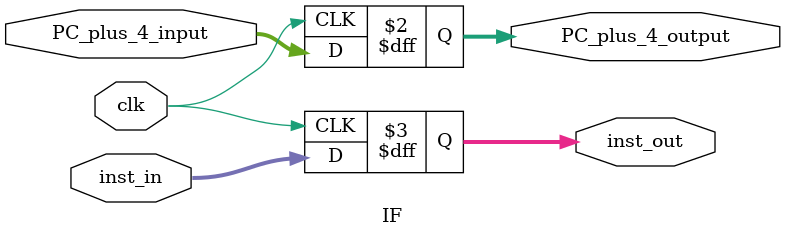
<source format=sv>
module IF(
    input[31:0] PC_plus_4_input,
    output reg [31:0] PC_plus_4_output,
    input[31:0] inst_in,
    output reg[31:0] inst_out,
    input clk
);


always @(posedge clk) begin
    PC_plus_4_output <= PC_plus_4_input;
    inst_out <= inst_in;
end



endmodule
</source>
